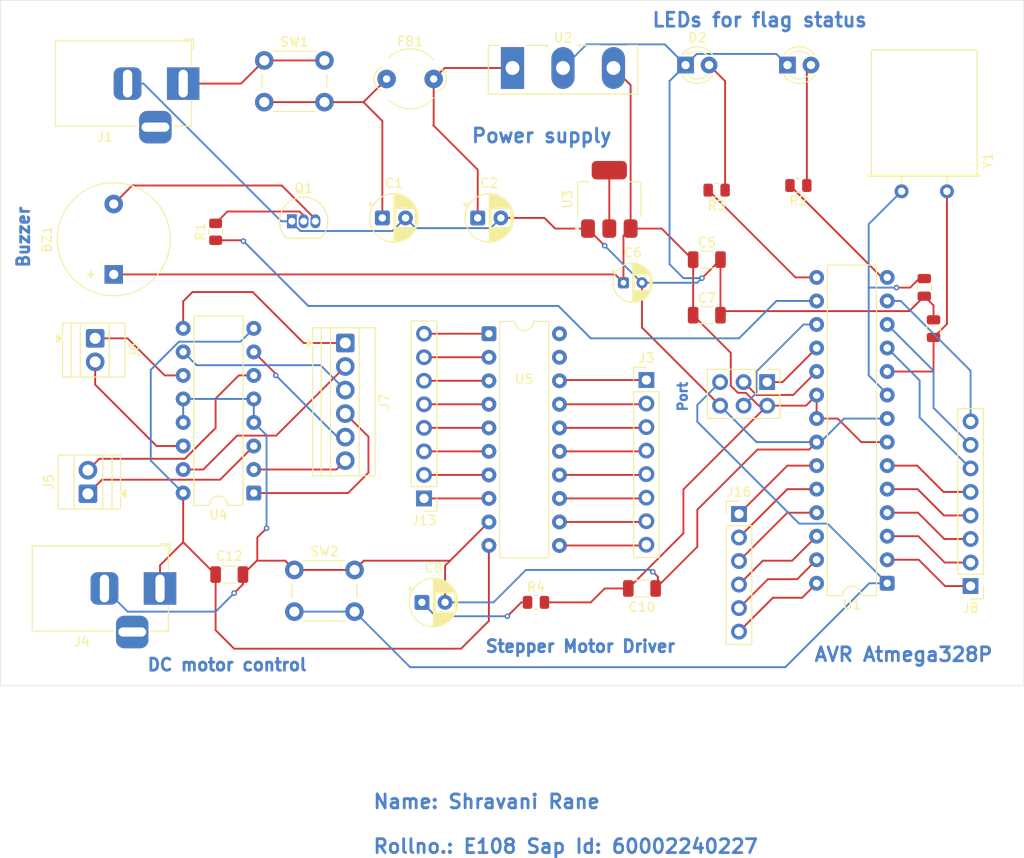
<source format=kicad_pcb>
(kicad_pcb (version 20241229) (generator "pcbnew") (generator_version "9.0")
  (title_block (title "Atmel AVR Atmega328 Minimum System Board") (date "2026-02-28"))
  (layers (0 "F.Cu" signal) (2 "B.Cu" signal) (13 "F.Paste" user) (15 "B.Paste" user) (5 "F.SilkS" user "F.Silkscreen") (7 "B.SilkS" user "B.Silkscreen") (1 "F.Mask" user) (3 "B.Mask" user) (25 "Edge.Cuts" user))
  (net 0 "")
  (net 1 "5V")
  (net 2 "Net-(BZ1--)")
  (net 3 "GND")
  (net 4 "Net-(C1-Pad1)")
  (net 5 "Net-(U2-IN)")
  (net 6 "Net-(U1-XTAL2{slash}PB7)")
  (net 7 "Net-(U1-XTAL1{slash}PB6)")
  (net 8 "Net-(C8-Pad1)")
  (net 9 "12V")
  (net 10 "Net-(D1-A)")
  (net 11 "Net-(D2-A)")
  (net 12 "Net-(J1-Pad1)")
  (net 13 "Net-(J3-Pin_4)")
  (net 14 "Net-(J3-Pin_1)")
  (net 15 "Net-(J3-Pin_7)")
  (net 16 "Net-(J3-Pin_6)")
  (net 17 "Net-(J3-Pin_8)")
  (net 18 "Net-(J3-Pin_3)")
  (net 19 "Net-(J3-Pin_2)")
  (net 20 "Net-(J3-Pin_5)")
  (net 21 "Net-(J5-Pin_1)")
  (net 22 "Net-(J5-Pin_2)")
  (net 23 "Net-(J6-Pin_2)")
  (net 24 "Net-(J6-Pin_1)")
  (net 25 "Net-(J7-Pin_4)")
  (net 26 "Net-(J7-Pin_5)")
  (net 27 "Net-(J7-Pin_1)")
  (net 28 "Net-(J7-Pin_6)")
  (net 29 "Net-(J7-Pin_3)")
  (net 30 "Net-(J7-Pin_2)")
  (net 31 "Net-(J8-Pin_8)")
  (net 32 "Net-(J8-Pin_3)")
  (net 33 "Net-(J8-Pin_2)")
  (net 34 "Net-(J8-Pin_5)")
  (net 35 "Net-(J8-Pin_6)")
  (net 36 "Net-(J8-Pin_1)")
  (net 37 "Net-(J8-Pin_7)")
  (net 38 "Net-(J8-Pin_4)")
  (net 39 "Net-(J13-Pin_1)")
  (net 40 "Net-(J13-Pin_7)")
  (net 41 "Net-(J13-Pin_4)")
  (net 42 "Net-(J13-Pin_3)")
  (net 43 "Net-(J13-Pin_6)")
  (net 44 "Net-(J13-Pin_8)")
  (net 45 "Net-(J13-Pin_2)")
  (net 46 "Net-(J13-Pin_5)")
  (net 47 "SCK")
  (net 48 "Reset")
  (net 49 "MISO")
  (net 50 "MOSI")
  (net 51 "Net-(J16-Pin_1)")
  (net 52 "Net-(J16-Pin_2)")
  (net 53 "Net-(Q1-G)")
  (net 54 "PWM1")
  (net 55 "GPIO_FLAG_1")
  (net 56 "GPIO_FLAG_2")
  (net 57 "Net-(J16-Pin_3)")
  (net 58 "Net-(J16-Pin_5)")
  (net 59 "Net-(J16-Pin_4)")
  (net 60 "Net-(J16-Pin_6)")
  (net 61 "3V")
  (footprint "Capacitor_SMD:C_0805_2012Metric" (layer "F.Cu") (at 143.615 54.79 -90)
    (property "Reference" "C4" (hide yes))
    (property "Value" "22pf")
  )
  (footprint "Connector_PinHeader_2.54mm:PinHeader_1x08_P2.54mm_Vertical" (layer "F.Cu") (at 148.615 87.03 180)
    (property "Reference" "J8")
    (property "Value" "Conn_01x08")
  )
  (footprint "Connector_PinHeader_2.54mm:PinHeader_2x03_P2.54mm_Vertical" (layer "F.Cu") (at 126.655 65.015 -90)
    (property "Reference" "J14" (hide yes))
    (property "Value" "Conn_02x03_Odd_Even")
  )
  (footprint "Package_TO_SOT_THT:TO-92_Inline" (layer "F.Cu") (at 75.345 47.65)
    (property "Reference" "Q1")
    (property "Value" "2N7000")
  )
  (footprint "Package_DIP:DIP-28_W7.62mm" (layer "F.Cu") (at 139.615 86.73 180)
    (property "Reference" "U1")
    (property "Value" "ATmega328-P")
  )
  (footprint "Package_TO_SOT_THT:TO-247-3_Vertical" (layer "F.Cu") (at 99.165 31.105)
    (property "Reference" "U2")
    (property "Value" "L7805")
  )
  (footprint "Resistor_SMD:R_0805_2012Metric" (layer "F.Cu") (at 121.2025 44.29 180)
    (property "Reference" "R3")
    (property "Value" "150")
  )
  (footprint "Buzzer_Beeper:Buzzer_12x9.5RM7.6" (layer "F.Cu") (at 56.115 53.39 90)
    (property "Reference" "BZ1")
    (property "Value" "Buzzer")
  )
  (footprint "Connector_PinHeader_2.54mm:PinHeader_1x06_P2.54mm_Vertical" (layer "F.Cu") (at 123.615 79.25)
    (property "Reference" "J16")
    (property "Value" "Conn_01x06")
  )
  (footprint "TerminalBlock:TerminalBlock_Xinya_XY308-2.54-2P_1x02_P2.54mm_Horizontal" (layer "F.Cu") (at 54.115 60.29 -90)
    (property "Reference" "J6")
    (property "Value" "Screw_Terminal_01x02")
  )
  (footprint "Capacitor_THT:CP_Radial_D4.0mm_P2.00mm" (layer "F.Cu") (at 111.1424 54.29)
    (property "Reference" "C6")
    (property "Value" "10uf")
  )
  (footprint "Crystal:Crystal_HC49-U_Horizontal" (layer "F.Cu") (at 146.065 44.415 180)
    (property "Reference" "Y1")
    (property "Value" "Crystal")
  )
  (footprint "Connector_PinHeader_2.54mm:PinHeader_1x08_P2.54mm_Vertical" (layer "F.Cu") (at 113.615 64.79)
    (property "Reference" "J3")
    (property "Value" "Conn_01x08")
  )
  (footprint "Connector_BarrelJack:BarrelJack_Horizontal" (layer "F.Cu") (at 63.615 32.79)
    (property "Reference" "J1")
    (property "Value" "Barrel_Jack")
  )
  (footprint "Capacitor_SMD:C_0805_2012Metric" (layer "F.Cu") (at 144.615 59.24 90)
    (property "Reference" "C3" (hide yes))
    (property "Value" "22pf")
  )
  (footprint "Capacitor_SMD:C_1206_3216Metric" (layer "F.Cu") (at 120.14 51.79)
    (property "Reference" "C5")
    (property "Value" "100nf")
  )
  (footprint "LED_THT:LED_D3.0mm_Clear" (layer "F.Cu") (at 117.845 30.79)
    (property "Reference" "D2")
    (property "Value" "LED")
  )
  (footprint "Capacitor_THT:CP_Radial_D5.0mm_P2.50mm" (layer "F.Cu") (at 95.4099 47.29)
    (property "Reference" "C2")
    (property "Value" "1uf")
  )
  (footprint "Button_Switch_THT:SW_PUSH_6mm_H5mm" (layer "F.Cu") (at 72.365 30.29)
    (property "Reference" "SW1")
    (property "Value" "SW_Push")
  )
  (footprint "Resistor_SMD:R_0805_2012Metric" (layer "F.Cu") (at 101.7025 88.79)
    (property "Reference" "R4")
    (property "Value" "R")
  )
  (footprint "Package_DIP:DIP-16_W7.62mm" (layer "F.Cu") (at 71.235 76.99 180)
    (property "Reference" "U4")
    (property "Value" "L293")
  )
  (footprint "Connector_PinHeader_2.54mm:PinHeader_1x08_P2.54mm_Vertical" (layer "F.Cu") (at 89.615 77.57 180)
    (property "Reference" "J13")
    (property "Value" "Conn_01x08")
  )
  (footprint "Resistor_SMD:R_0805_2012Metric" (layer "F.Cu") (at 67.115 48.79 90)
    (property "Reference" "R1")
    (property "Value" "1k")
  )
  (footprint "Ferrite_THT:LairdTech_28C0236-0JW-10" (layer "F.Cu") (at 85.575 32.29)
    (property "Reference" "FB1")
    (property "Value" "FerriteBead")
  )
  (footprint "Capacitor_THT:CP_Radial_D5.0mm_P2.50mm" (layer "F.Cu") (at 85.115 47.29)
    (property "Reference" "C1")
    (property "Value" "1uf")
  )
  (footprint "Capacitor_SMD:C_1206_3216Metric" (layer "F.Cu") (at 120.14 57.79)
    (property "Reference" "C7")
    (property "Value" "100nf")
  )
  (footprint "Connector_BarrelJack:BarrelJack_Horizontal" (layer "F.Cu") (at 61.115 87.29)
    (property "Reference" "J4")
    (property "Value" "Barrel_Jack")
  )
  (footprint "Capacitor_SMD:C_1206_3216Metric" (layer "F.Cu") (at 113.14 87.29)
    (property "Reference" "C10")
    (property "Value" "100nf")
  )
  (footprint "Capacitor_THT:CP_Radial_D5.0mm_P2.50mm" (layer "F.Cu") (at 89.3849 88.79)
    (property "Reference" "C8")
    (property "Value" "1uf")
  )
  (footprint "Capacitor_SMD:C_1206_3216Metric" (layer "F.Cu") (at 68.59 85.79)
    (property "Reference" "C12")
    (property "Value" "100uf")
  )
  (footprint "TerminalBlock:TerminalBlock_Xinya_XY308-2.54-6P_1x06_P2.54mm_Horizontal" (layer "F.Cu") (at 81.115 60.79 -90)
    (property "Reference" "J7")
    (property "Value" "Screw_Terminal_01x06")
  )
  (footprint "Package_TO_SOT_SMD:SOT-223-3_TabPin2" (layer "F.Cu") (at 109.615 45.29 90)
    (property "Reference" "U3")
    (property "Value" "AMS1117-3.3")
  )
  (footprint "Package_DIP:DIP-20_W7.62mm" (layer "F.Cu") (at 96.615 59.79)
    (property "Reference" "U5")
    (property "Value" "ULN2803A")
  )
  (footprint "TerminalBlock:TerminalBlock_Xinya_XY308-2.54-2P_1x02_P2.54mm_Horizontal" (layer "F.Cu") (at 53.3325 77.065 90)
    (property "Reference" "J5")
    (property "Value" "Screw_Terminal_01x02")
  )
  (footprint "Button_Switch_THT:SW_PUSH_6mm_H5mm" (layer "F.Cu") (at 75.615 85.29)
    (property "Reference" "SW2")
    (property "Value" "SW_Push")
  )
  (footprint "LED_THT:LED_D3.0mm_Clear" (layer "F.Cu") (at 128.845 30.79)
    (property "Reference" "D1" (hide yes))
    (property "Value" "LED")
  )
  (footprint "Resistor_SMD:R_0805_2012Metric" (layer "F.Cu") (at 130.0275 43.79 180)
    (property "Reference" "R2")
    (property "Value" "150")
  )
  (gr_rect (start 43.865 23.79) (end 154.365 97.79) (stroke (width 0.05)) (fill no) (layer "Edge.Cuts"))
  (gr_text "Buzzer\n" (at 47.115 52.79 90) (layer "B.Cu") (effects (font (size 1.3 1.3) (thickness 0.3) (bold yes)) (justify left bottom)))
  (gr_text "Port\n" (at 118.115 68.29 90) (layer "B.Cu") (effects (font (size 1 1) (thickness 0.25) (bold yes)) (justify left bottom)))
  (gr_text "DC motor control\n" (at 59.615 96.29 0) (layer "B.Cu") (effects (font (size 1.3 1.3) (thickness 0.3) (bold yes)) (justify left bottom)))
  (gr_text "Name: Shravani Rane\n\nRollno.: E108 Sap Id: 60002240227\n" (at 84 116 0) (layer "B.Cu") (effects (font (size 1.5 1.5) (thickness 0.3) (bold yes)) (justify left bottom)))
  (gr_text "LEDs for flag status" (at 114.115 26.79 0) (layer "B.Cu") (effects (font (size 1.5 1.5) (thickness 0.3) (bold yes)) (justify left bottom)))
  (gr_text "Stepper Motor Driver\n" (at 96.115 94.29 0) (layer "B.Cu") (effects (font (size 1.3 1.3) (thickness 0.3) (bold yes)) (justify left bottom)))
  (gr_text "AVR Atmega328P" (at 131.615 95.29 0) (layer "B.Cu") (effects (font (size 1.5 1.5) (thickness 0.3) (bold yes)) (justify left bottom)))
  (gr_text "Power supply\n" (at 94.615 39.29 0) (layer "B.Cu") (effects (font (size 1.5 1.5) (thickness 0.3) (bold yes)) (justify left bottom)))
  (segment (start 102.615 88.79) (end 107.615 88.79) (width 0.2) (layer "F.Cu") (net 1))
  (segment (start 124.35376 66.166) (end 123.491 66.166) (width 0.2) (layer "F.Cu") (net 1))
  (segment (start 117.615 76.595) (end 126.655 67.555) (width 0.2) (layer "F.Cu") (net 1))
  (segment (start 118.665 51.79) (end 118.665 57.79) (width 0.2) (layer "F.Cu") (net 1))
  (segment (start 131.995 66.41) (end 131.995 68.95) (width 0.2) (layer "F.Cu") (net 1))
  (segment (start 126.655 67.555) (end 130.85 67.555) (width 0.2) (layer "F.Cu") (net 1))
  (segment (start 118.615 51.79) (end 115.265 48.44) (width 0.2) (layer "F.Cu") (net 1))
  (segment (start 134.275 68.95) (end 136.815 71.49) (width 0.2) (layer "F.Cu") (net 1))
  (segment (start 122.726 61.851) (end 118.665 57.79) (width 0.2) (layer "F.Cu") (net 1))
  (segment (start 130.85 67.555) (end 131.995 66.41) (width 0.2) (layer "F.Cu") (net 1))
  (segment (start 111.1424 54.29) (end 111.1424 49.2126) (width 0.2) (layer "F.Cu") (net 1))
  (segment (start 123.491 66.166) (end 122.726 65.401) (width 0.2) (layer "F.Cu") (net 1))
  (segment (start 136.815 71.49) (end 139.615 71.49) (width 0.2) (layer "F.Cu") (net 1))
  (segment (start 126.655 67.555) (end 125.74276 67.555) (width 0.2) (layer "F.Cu") (net 1))
  (segment (start 110.065 31.105) (end 111.915 32.955) (width 0.2) (layer "F.Cu") (net 1))
  (segment (start 115.265 48.44) (end 111.915 48.44) (width 0.2) (layer "F.Cu") (net 1))
  (segment (start 125.74276 67.555) (end 124.35376 66.166) (width 0.2) (layer "F.Cu") (net 1))
  (segment (start 111.665 87.29) (end 117.615 81.34) (width 0.2) (layer "F.Cu") (net 1))
  (segment (start 56.115 53.39) (end 110.2424 53.39) (width 0.2) (layer "F.Cu") (net 1))
  (segment (start 122.726 65.401) (end 122.726 61.851) (width 0.2) (layer "F.Cu") (net 1))
  (segment (start 118.665 51.79) (end 118.615 51.79) (width 0.2) (layer "F.Cu") (net 1))
  (segment (start 111.1424 49.2126) (end 111.915 48.44) (width 0.2) (layer "F.Cu") (net 1))
  (segment (start 111.915 32.955) (end 111.915 48.44) (width 0.2) (layer "F.Cu") (net 1))
  (segment (start 117.615 81.34) (end 117.615 76.595) (width 0.2) (layer "F.Cu") (net 1))
  (segment (start 107.615 88.79) (end 109.115 87.29) (width 0.2) (layer "F.Cu") (net 1))
  (segment (start 110.2424 53.39) (end 111.1424 54.29) (width 0.2) (layer "F.Cu") (net 1))
  (segment (start 131.995 68.95) (end 134.275 68.95) (width 0.2) (layer "F.Cu") (net 1))
  (segment (start 109.115 87.29) (end 111.665 87.29) (width 0.2) (layer "F.Cu") (net 1))
  (segment (start 77.885 47.65) (end 77.885 47.425) (width 0.2) (layer "F.Cu") (net 2))
  (segment (start 77.885 47.425) (end 74.25 43.79) (width 0.2) (layer "F.Cu") (net 2))
  (segment (start 58.115 43.79) (end 56.115 45.79) (width 0.2) (layer "F.Cu") (net 2))
  (segment (start 74.25 43.79) (end 58.115 43.79) (width 0.2) (layer "F.Cu") (net 2))
  (segment (start 71.615 81.79) (end 72.615 80.79) (width 0.2) (layer "F.Cu") (net 3))
  (segment (start 91.8849 88.79) (end 91.8849 84.8401) (width 0.2) (layer "F.Cu") (net 3))
  (segment (start 121.615 51.79) (end 119.615 53.79) (width 0.2) (layer "F.Cu") (net 3))
  (segment (start 71.615 84.29) (end 71.615 81.79) (width 0.2) (layer "F.Cu") (net 3))
  (segment (start 143.615 55.74) (end 144.615 56.74) (width 0.2) (layer "F.Cu") (net 3))
  (segment (start 107.315 48.49) (end 107.315 48.44) (width 0.2) (layer "F.Cu") (net 3))
  (segment (start 121.615 57.79) (end 121.615 51.79) (width 0.2) (layer "F.Cu") (net 3))
  (segment (start 109.115 50.29) (end 107.315 48.49) (width 0.2) (layer "F.Cu") (net 3))
  (segment (start 131.195 72.29) (end 131.995 71.49) (width 0.2) (layer "F.Cu") (net 3))
  (segment (start 125.615 72.29) (end 131.195 72.29) (width 0.2) (layer "F.Cu") (net 3))
  (segment (start 91.8849 84.8401) (end 92.435 84.29) (width 0.2) (layer "F.Cu") (net 3))
  (segment (start 71.565 84.29) (end 71.615 84.29) (width 0.2) (layer "F.Cu") (net 3))
  (segment (start 119.115 78.79) (end 125.615 72.29) (width 0.2) (layer "F.Cu") (net 3))
  (segment (start 144.615 56.74) (end 144.615 58.29) (width 0.2) (layer "F.Cu") (net 3))
  (segment (start 92.435 84.29) (end 96.615 80.11) (width 0.2) (layer "F.Cu") (net 3))
  (segment (start 83.115 84.29) (end 92.435 84.29) (width 0.2) (layer "F.Cu") (net 3))
  (segment (start 71.615 84.29) (end 74.615 84.29) (width 0.2) (layer "F.Cu") (net 3))
  (segment (start 75.615 85.29) (end 82.115 85.29) (width 0.2) (layer "F.Cu") (net 3))
  (segment (start 82.115 85.29) (end 83.115 84.29) (width 0.2) (layer "F.Cu") (net 3))
  (segment (start 114.615 87.29) (end 119.115 82.79) (width 0.2) (layer "F.Cu") (net 3))
  (segment (start 114.865 86.04) (end 114.314265 85.489265) (width 0.2) (layer "F.Cu") (net 3))
  (segment (start 114.865 87.04) (end 114.865 86.04) (width 0.2) (layer "F.Cu") (net 3))
  (segment (start 70.065 85.79) (end 70.065 86.84) (width 0.2) (layer "F.Cu") (net 3))
  (segment (start 113.1424 59.1224) (end 113.1424 54.29) (width 0.2) (layer "F.Cu") (net 3))
  (segment (start 107.315 48.44) (end 103.765 48.44) (width 0.2) (layer "F.Cu") (net 3))
  (segment (start 122.054 57.351) (end 121.615 57.79) (width 0.2) (layer "F.Cu") (net 3))
  (segment (start 74.615 84.29) (end 75.615 85.29) (width 0.2) (layer "F.Cu") (net 3))
  (segment (start 142.59 56.765) (end 142.004 57.351) (width 0.2) (layer "F.Cu") (net 3))
  (segment (start 119.115 82.79) (end 119.115 78.79) (width 0.2) (layer "F.Cu") (net 3))
  (segment (start 114.615 87.29) (end 114.865 87.04) (width 0.2) (layer "F.Cu") (net 3))
  (segment (start 103.765 48.44) (end 102.615 47.29) (width 0.2) (layer "F.Cu") (net 3))
  (segment (start 70.065 85.79) (end 71.565 84.29) (width 0.2) (layer "F.Cu") (net 3))
  (segment (start 102.615 47.29) (end 97.9099 47.29) (width 0.2) (layer "F.Cu") (net 3))
  (segment (start 70.065 86.84) (end 69.115 87.79) (width 0.2) (layer "F.Cu") (net 3))
  (segment (start 121.575 67.555) (end 113.1424 59.1224) (width 0.2) (layer "F.Cu") (net 3))
  (segment (start 143.615 55.74) (end 142.504 56.851) (width 0.2) (layer "F.Cu") (net 3))
  (segment (start 142.004 57.351) (end 122.054 57.351) (width 0.2) (layer "F.Cu") (net 3))
  (via (at 109.115 50.29) (size 0.6) (drill 0.3) (layers "F.Cu" "B.Cu") (net 3))
  (via (at 114.314265 85.489265) (size 0.6) (drill 0.3) (layers "F.Cu" "B.Cu") (net 3))
  (via (at 119.615 53.79) (size 0.6) (drill 0.3) (layers "F.Cu" "B.Cu") (net 3))
  (via (at 72.615 80.79) (size 0.6) (drill 0.3) (layers "F.Cu" "B.Cu") (net 3))
  (via (at 69.115 87.79) (size 0.6) (drill 0.3) (layers "F.Cu" "B.Cu") (net 3))
  (segment (start 134.955 68.95) (end 139.615 68.95) (width 0.2) (layer "B.Cu") (net 3))
  (segment (start 63.615 69.37) (end 63.615 66.83) (width 0.2) (layer "B.Cu") (net 3))
  (segment (start 113.115 54.29) (end 109.615 50.79) (width 0.2) (layer "B.Cu") (net 3))
  (segment (start 96.8089 48.391) (end 88.716 48.391) (width 0.2) (layer "B.Cu") (net 3))
  (segment (start 100.615 85.29) (end 114.115 85.29) (width 0.2) (layer "B.Cu") (net 3))
  (segment (start 115.609 28.554) (end 117.845 30.79) (width 0.2) (layer "B.Cu") (net 3))
  (segment (start 72.615 70.75) (end 72.615 80.79) (width 0.2) (layer "B.Cu") (net 3))
  (segment (start 104.615 31.105) (end 107.166 28.554) (width 0.2) (layer "B.Cu") (net 3))
  (segment (start 91.8849 88.79) (end 97.115 88.79) (width 0.2) (layer "B.Cu") (net 3))
  (segment (start 67.115 89.79) (end 69.115 87.79) (width 0.2) (layer "B.Cu") (net 3))
  (segment (start 71.235 66.83) (end 71.235 69.37) (width 0.2) (layer "B.Cu") (net 3))
  (segment (start 57.615 89.79) (end 67.115 89.79) (width 0.2) (layer "B.Cu") (net 3))
  (segment (start 97.115 88.79) (end 100.615 85.29) (width 0.2) (layer "B.Cu") (net 3))
  (segment (start 125.51 71.49) (end 131.995 71.49) (width 0.2) (layer "B.Cu") (net 3))
  (segment (start 75.345 47.77314) (end 76.27286 48.701) (width 0.2) (layer "B.Cu") (net 3))
  (segment (start 113.1424 54.29) (end 113.115 54.29) (width 0.2) (layer "B.Cu") (net 3))
  (segment (start 119.115 54.29) (end 119.615 53.79) (width 0.2) (layer "B.Cu") (net 3))
  (segment (start 107.166 28.554) (end 115.609 28.554) (width 0.2) (layer "B.Cu") (net 3))
  (segment (start 119.046 29.589) (end 127.644 29.589) (width 0.2) (layer "B.Cu") (net 3))
  (segment (start 117.845 30.79) (end 119.046 29.589) (width 0.2) (layer "B.Cu") (net 3))
  (segment (start 71.235 69.37) (end 72.615 70.75) (width 0.2) (layer "B.Cu") (net 3))
  (segment (start 127.644 29.589) (end 128.845 30.79) (width 0.2) (layer "B.Cu") (net 3))
  (segment (start 121.575 67.555) (end 125.51 71.49) (width 0.2) (layer "B.Cu") (net 3))
  (segment (start 131.995 71.49) (end 132.415 71.49) (width 0.2) (layer "B.Cu") (net 3))
  (segment (start 76.27286 48.701) (end 86.204 48.701) (width 0.2) (layer "B.Cu") (net 3))
  (segment (start 114.115 85.29) (end 114.314265 85.489265) (width 0.2) (layer "B.Cu") (net 3))
  (segment (start 74.195412 47.65) (end 75.345 47.65) (width 0.2) (layer "B.Cu") (net 3))
  (segment (start 57.615 32.79) (end 59.335412 32.79) (width 0.2) (layer "B.Cu") (net 3))
  (segment (start 88.716 48.391) (end 87.615 47.29) (width 0.2) (layer "B.Cu") (net 3))
  (segment (start 117.615 53.79) (end 116.115 52.29) (width 0.2) (layer "B.Cu") (net 3))
  (segment (start 86.204 48.701) (end 87.615 47.29) (width 0.2) (layer "B.Cu") (net 3))
  (segment (start 116.115 32.52) (end 117.845 30.79) (width 0.2) (layer "B.Cu") (net 3))
  (segment (start 113.1424 54.29) (end 119.115 54.29) (width 0.2) (layer "B.Cu") (net 3))
  (segment (start 59.335412 32.79) (end 74.195412 47.65) (width 0.2) (layer "B.Cu") (net 3))
  (segment (start 55.115 87.29) (end 57.615 89.79) (width 0.2) (layer "B.Cu") (net 3))
  (segment (start 97.9099 47.29) (end 96.8089 48.391) (width 0.2) (layer "B.Cu") (net 3))
  (segment (start 116.115 52.29) (end 116.115 32.52) (width 0.2) (layer "B.Cu") (net 3))
  (segment (start 75.345 47.65) (end 75.345 47.77314) (width 0.2) (layer "B.Cu") (net 3))
  (segment (start 132.415 71.49) (end 134.955 68.95) (width 0.2) (layer "B.Cu") (net 3))
  (segment (start 119.615 53.79) (end 117.615 53.79) (width 0.2) (layer "B.Cu") (net 3))
  (segment (start 63.615 66.83) (end 71.235 66.83) (width 0.2) (layer "B.Cu") (net 3))
  (segment (start 109.615 50.79) (end 109.115 50.29) (width 0.2) (layer "B.Cu") (net 3))
  (segment (start 85.115 36.83) (end 83.075 34.79) (width 0.2) (layer "F.Cu") (net 4))
  (segment (start 78.865 34.79) (end 72.365 34.79) (width 0.2) (layer "F.Cu") (net 4))
  (segment (start 85.575 32.29) (end 83.075 34.79) (width 0.2) (layer "F.Cu") (net 4))
  (segment (start 83.075 34.79) (end 78.865 34.79) (width 0.2) (layer "F.Cu") (net 4))
  (segment (start 85.115 47.29) (end 85.115 36.83) (width 0.2) (layer "F.Cu") (net 4))
  (segment (start 90.655 37.25) (end 90.655 32.29) (width 0.2) (layer "F.Cu") (net 5))
  (segment (start 91.84 31.105) (end 99.165 31.105) (width 0.2) (layer "F.Cu") (net 5))
  (segment (start 90.655 32.29) (end 91.84 31.105) (width 0.2) (layer "F.Cu") (net 5))
  (segment (start 95.4099 42.0849) (end 90.615 37.29) (width 0.2) (layer "F.Cu") (net 5))
  (segment (start 90.615 37.29) (end 90.655 37.25) (width 0.2) (layer "F.Cu") (net 5))
  (segment (start 95.4099 47.29) (end 95.4099 42.0849) (width 0.2) (layer "F.Cu") (net 5))
  (segment (start 144.535 63.87) (end 139.615 63.87) (width 0.2) (layer "F.Cu") (net 6))
  (segment (start 146.065 58.74) (end 144.615 60.19) (width 0.2) (layer "F.Cu") (net 6))
  (segment (start 144.615 63.79) (end 144.535 63.87) (width 0.2) (layer "F.Cu") (net 6))
  (segment (start 144.615 60.19) (end 144.615 63.79) (width 0.2) (layer "F.Cu") (net 6))
  (segment (start 146.065 44.415) (end 146.065 58.74) (width 0.2) (layer "F.Cu") (net 6))
  (segment (start 143.565 53.79) (end 143.615 53.84) (width 0.2) (layer "F.Cu") (net 7))
  (segment (start 140.615 54.811) (end 142.094 54.811) (width 0.2) (layer "F.Cu") (net 7))
  (segment (start 142.094 54.811) (end 143.115 53.79) (width 0.2) (layer "F.Cu") (net 7))
  (segment (start 143.115 53.79) (end 143.565 53.79) (width 0.2) (layer "F.Cu") (net 7))
  (via (at 140.615 54.811) (size 0.6) (drill 0.3) (layers "F.Cu" "B.Cu") (net 7))
  (segment (start 137.615 47.965) (end 137.615 54.79) (width 0.2) (layer "B.Cu") (net 7))
  (segment (start 139.615 66.29) (end 139.615 66.41) (width 0.2) (layer "B.Cu") (net 7))
  (segment (start 137.615 54.79) (end 137.615 64.29) (width 0.2) (layer "B.Cu") (net 7))
  (segment (start 137.636 54.811) (end 137.615 54.79) (width 0.2) (layer "B.Cu") (net 7))
  (segment (start 137.615 64.29) (end 139.615 66.29) (width 0.2) (layer "B.Cu") (net 7))
  (segment (start 140.615 54.811) (end 137.636 54.811) (width 0.2) (layer "B.Cu") (net 7))
  (segment (start 141.165 44.415) (end 137.615 47.965) (width 0.2) (layer "B.Cu") (net 7))
  (segment (start 98.615 90.29) (end 100.115 88.79) (width 0.2) (layer "F.Cu") (net 8))
  (segment (start 100.115 88.79) (end 100.79 88.79) (width 0.2) (layer "F.Cu") (net 8))
  (via (at 98.615 90.29) (size 0.6) (drill 0.3) (layers "F.Cu" "B.Cu") (net 8))
  (segment (start 89.3849 88.79) (end 90.4859 89.891) (width 0.2) (layer "B.Cu") (net 8))
  (segment (start 90.8849 90.29) (end 98.615 90.29) (width 0.2) (layer "B.Cu") (net 8))
  (segment (start 90.4859 89.891) (end 90.8849 90.29) (width 0.2) (layer "B.Cu") (net 8))
  (segment (start 63.615 82.29) (end 67.115 85.79) (width 0.2) (layer "F.Cu") (net 9))
  (segment (start 93.615 93.79) (end 69.115 93.79) (width 0.2) (layer "F.Cu") (net 9))
  (segment (start 96.615 90.79) (end 93.615 93.79) (width 0.2) (layer "F.Cu") (net 9))
  (segment (start 61.115 87.29) (end 61.115 84.79) (width 0.2) (layer "F.Cu") (net 9))
  (segment (start 96.615 82.65) (end 96.615 90.79) (width 0.2) (layer "F.Cu") (net 9))
  (segment (start 61.115 84.79) (end 63.615 82.29) (width 0.2) (layer "F.Cu") (net 9))
  (segment (start 63.615 76.99) (end 63.615 82.29) (width 0.2) (layer "F.Cu") (net 9))
  (segment (start 67.115 91.79) (end 67.115 85.79) (width 0.2) (layer "F.Cu") (net 9))
  (segment (start 69.115 93.79) (end 67.115 91.79) (width 0.2) (layer "F.Cu") (net 9))
  (segment (start 60.115 63.69295) (end 60.115 73.49) (width 0.2) (layer "B.Cu") (net 9))
  (segment (start 60.115 73.49) (end 63.615 76.99) (width 0.2) (layer "B.Cu") (net 9))
  (segment (start 69.796 60.649) (end 63.15895 60.649) (width 0.2) (layer "B.Cu") (net 9))
  (segment (start 71.235 59.21) (end 69.796 60.649) (width 0.2) (layer "B.Cu") (net 9))
  (segment (start 63.15895 60.649) (end 60.115 63.69295) (width 0.2) (layer "B.Cu") (net 9))
  (segment (start 130.94 43.79) (end 130.94 31.235) (width 0.2) (layer "F.Cu") (net 10))
  (segment (start 130.94 31.235) (end 131.385 30.79) (width 0.2) (layer "F.Cu") (net 10))
  (segment (start 122.115 32.52) (end 120.385 30.79) (width 0.2) (layer "F.Cu") (net 11))
  (segment (start 122.115 44.29) (end 122.115 32.52) (width 0.2) (layer "F.Cu") (net 11))
  (segment (start 72.365 30.29) (end 69.865 32.79) (width 0.2) (layer "F.Cu") (net 12))
  (segment (start 78.865 30.29) (end 72.365 30.29) (width 0.2) (layer "F.Cu") (net 12))
  (segment (start 69.865 32.79) (end 63.615 32.79) (width 0.2) (layer "F.Cu") (net 12))
  (segment (start 113.535 72.49) (end 113.615 72.41) (width 0.2) (layer "F.Cu") (net 13))
  (segment (start 104.235 72.49) (end 113.535 72.49) (width 0.2) (layer "F.Cu") (net 13))
  (segment (start 113.615 64.79) (end 104.315 64.79) (width 0.2) (layer "F.Cu") (net 14))
  (segment (start 104.315 64.79) (end 104.235 64.87) (width 0.2) (layer "F.Cu") (net 14))
  (segment (start 113.535 80.11) (end 113.615 80.03) (width 0.2) (layer "F.Cu") (net 15))
  (segment (start 104.235 80.11) (end 113.535 80.11) (width 0.2) (layer "F.Cu") (net 15))
  (segment (start 113.535 77.57) (end 113.615 77.49) (width 0.2) (layer "F.Cu") (net 16))
  (segment (start 104.235 77.57) (end 113.535 77.57) (width 0.2) (layer "F.Cu") (net 16))
  (segment (start 104.235 82.65) (end 113.535 82.65) (width 0.2) (layer "F.Cu") (net 17))
  (segment (start 113.535 82.65) (end 113.615 82.57) (width 0.2) (layer "F.Cu") (net 17))
  (segment (start 113.535 69.95) (end 113.615 69.87) (width 0.2) (layer "F.Cu") (net 18))
  (segment (start 104.235 69.95) (end 113.535 69.95) (width 0.2) (layer "F.Cu") (net 18))
  (segment (start 104.235 67.41) (end 113.535 67.41) (width 0.2) (layer "F.Cu") (net 19))
  (segment (start 113.535 67.41) (end 113.615 67.33) (width 0.2) (layer "F.Cu") (net 19))
  (segment (start 113.535 75.03) (end 113.615 74.95) (width 0.2) (layer "F.Cu") (net 20))
  (segment (start 104.235 75.03) (end 113.535 75.03) (width 0.2) (layer "F.Cu") (net 20))
  (segment (start 54.8465 75.551) (end 67.594 75.551) (width 0.2) (layer "F.Cu") (net 21))
  (segment (start 67.594 75.551) (end 71.235 71.91) (width 0.2) (layer "F.Cu") (net 21))
  (segment (start 53.3325 77.065) (end 54.8465 75.551) (width 0.2) (layer "F.Cu") (net 21))
  (segment (start 53.3325 74.525) (end 54.5675 73.29) (width 0.2) (layer "F.Cu") (net 22))
  (segment (start 69.615 64.29) (end 71.235 64.29) (width 0.2) (layer "F.Cu") (net 22))
  (segment (start 67.115 69.96705) (end 67.115 66.79) (width 0.2) (layer "F.Cu") (net 22))
  (segment (start 63.79205 73.29) (end 67.115 69.96705) (width 0.2) (layer "F.Cu") (net 22))
  (segment (start 54.5675 73.29) (end 63.79205 73.29) (width 0.2) (layer "F.Cu") (net 22))
  (segment (start 67.115 66.79) (end 69.615 64.29) (width 0.2) (layer "F.Cu") (net 22))
  (segment (start 54.115 62.83) (end 54.115 65.29) (width 0.2) (layer "F.Cu") (net 23))
  (segment (start 54.115 65.29) (end 60.735 71.91) (width 0.2) (layer "F.Cu") (net 23))
  (segment (start 60.735 71.91) (end 63.615 71.91) (width 0.2) (layer "F.Cu") (net 23))
  (segment (start 57.615 60.29) (end 61.615 64.29) (width 0.2) (layer "F.Cu") (net 24))
  (segment (start 54.115 60.29) (end 57.615 60.29) (width 0.2) (layer "F.Cu") (net 24))
  (segment (start 61.615 64.29) (end 63.615 64.29) (width 0.2) (layer "F.Cu") (net 24))
  (segment (start 83.615 74.79) (end 83.615 70.91) (width 0.2) (layer "F.Cu") (net 25))
  (segment (start 83.615 70.91) (end 81.115 68.41) (width 0.2) (layer "F.Cu") (net 25))
  (segment (start 81.415 76.99) (end 83.615 74.79) (width 0.2) (layer "F.Cu") (net 25))
  (segment (start 71.235 76.99) (end 81.415 76.99) (width 0.2) (layer "F.Cu") (net 25))
  (segment (start 71.235 61.75) (end 73.615 64.13) (width 0.2) (layer "F.Cu") (net 26))
  (segment (start 73.615 64.13) (end 73.615 64.29) (width 0.2) (layer "F.Cu") (net 26))
  (via (at 73.615 64.29) (size 0.6) (drill 0.3) (layers "F.Cu" "B.Cu") (net 26))
  (segment (start 81.115 70.95) (end 80.275 70.95) (width 0.2) (layer "B.Cu") (net 26))
  (segment (start 80.275 70.95) (end 73.615 64.29) (width 0.2) (layer "B.Cu") (net 26))
  (segment (start 63.615 56.29) (end 63.615 59.21) (width 0.2) (layer "F.Cu") (net 27))
  (segment (start 81.115 60.79) (end 76.615 60.79) (width 0.2) (layer "F.Cu") (net 27))
  (segment (start 71.115 55.29) (end 64.615 55.29) (width 0.2) (layer "F.Cu") (net 27))
  (segment (start 64.615 55.29) (end 63.615 56.29) (width 0.2) (layer "F.Cu") (net 27))
  (segment (start 76.615 60.79) (end 71.115 55.29) (width 0.2) (layer "F.Cu") (net 27))
  (segment (start 80.155 74.45) (end 81.115 73.49) (width 0.2) (layer "F.Cu") (net 28))
  (segment (start 71.235 74.45) (end 80.155 74.45) (width 0.2) (layer "F.Cu") (net 28))
  (segment (start 81.115 65.87) (end 78.434 63.189) (width 0.2) (layer "B.Cu") (net 29))
  (segment (start 65.054 63.189) (end 63.615 61.75) (width 0.2) (layer "B.Cu") (net 29))
  (segment (start 78.434 63.189) (end 65.054 63.189) (width 0.2) (layer "B.Cu") (net 29))
  (segment (start 73.655 70.79) (end 69.445 70.79) (width 0.2) (layer "F.Cu") (net 30))
  (segment (start 65.785 74.45) (end 63.615 74.45) (width 0.2) (layer "F.Cu") (net 30))
  (segment (start 81.115 63.33) (end 73.655 70.79) (width 0.2) (layer "F.Cu") (net 30))
  (segment (start 69.445 70.79) (end 65.785 74.45) (width 0.2) (layer "F.Cu") (net 30))
  (segment (start 141.075 56.25) (end 148.615 63.79) (width 0.2) (layer "B.Cu") (net 31))
  (segment (start 139.615 56.25) (end 141.075 56.25) (width 0.2) (layer "B.Cu") (net 31))
  (segment (start 148.615 63.79) (end 148.615 69.25) (width 0.2) (layer "B.Cu") (net 31))
  (segment (start 142.935 79.11) (end 145.775 81.95) (width 0.2) (layer "F.Cu") (net 32))
  (segment (start 145.775 81.95) (end 148.615 81.95) (width 0.2) (layer "F.Cu") (net 32))
  (segment (start 139.615 79.11) (end 142.935 79.11) (width 0.2) (layer "F.Cu") (net 32))
  (segment (start 145.815 84.49) (end 148.615 84.49) (width 0.2) (layer "F.Cu") (net 33))
  (segment (start 142.975 81.65) (end 145.815 84.49) (width 0.2) (layer "F.Cu") (net 33))
  (segment (start 139.615 81.65) (end 142.975 81.65) (width 0.2) (layer "F.Cu") (net 33))
  (segment (start 139.615 74.03) (end 142.855 74.03) (width 0.2) (layer "F.Cu") (net 34))
  (segment (start 142.855 74.03) (end 145.695 76.87) (width 0.2) (layer "F.Cu") (net 34))
  (segment (start 145.695 76.87) (end 148.615 76.87) (width 0.2) (layer "F.Cu") (net 34))
  (segment (start 143.115 68.83) (end 148.615 74.33) (width 0.2) (layer "B.Cu") (net 35))
  (segment (start 139.615 61.33) (end 143.115 64.83) (width 0.2) (layer "B.Cu") (net 35))
  (segment (start 143.115 64.83) (end 143.115 68.83) (width 0.2) (layer "B.Cu") (net 35))
  (segment (start 143.015 84.19) (end 145.855 87.03) (width 0.2) (layer "F.Cu") (net 36))
  (segment (start 145.855 87.03) (end 148.615 87.03) (width 0.2) (layer "F.Cu") (net 36))
  (segment (start 139.615 84.19) (end 143.015 84.19) (width 0.2) (layer "F.Cu") (net 36))
  (segment (start 144.615 67.79) (end 148.615 71.79) (width 0.2) (layer "B.Cu") (net 37))
  (segment (start 144.615 63.79) (end 144.615 67.79) (width 0.2) (layer "B.Cu") (net 37))
  (segment (start 139.615 58.79) (end 144.615 63.79) (width 0.2) (layer "B.Cu") (net 37))
  (segment (start 142.895 76.57) (end 145.735 79.41) (width 0.2) (layer "F.Cu") (net 38))
  (segment (start 139.615 76.57) (end 142.895 76.57) (width 0.2) (layer "F.Cu") (net 38))
  (segment (start 145.735 79.41) (end 148.615 79.41) (width 0.2) (layer "F.Cu") (net 38))
  (segment (start 96.615 77.57) (end 89.615 77.57) (width 0.2) (layer "F.Cu") (net 39))
  (segment (start 89.615 62.33) (end 96.615 62.33) (width 0.2) (layer "F.Cu") (net 40))
  (segment (start 89.615 69.95) (end 96.615 69.95) (width 0.2) (layer "F.Cu") (net 41))
  (segment (start 96.615 72.49) (end 89.615 72.49) (width 0.2) (layer "F.Cu") (net 42))
  (segment (start 89.615 64.87) (end 96.615 64.87) (width 0.2) (layer "F.Cu") (net 43))
  (segment (start 96.615 59.79) (end 89.615 59.79) (width 0.2) (layer "F.Cu") (net 44))
  (segment (start 89.615 75.03) (end 96.615 75.03) (width 0.2) (layer "F.Cu") (net 45))
  (segment (start 89.615 67.41) (end 96.615 67.41) (width 0.2) (layer "F.Cu") (net 46))
  (segment (start 125.504 66.404) (end 129.461 66.404) (width 0.2) (layer "F.Cu") (net 47))
  (segment (start 129.461 66.404) (end 131.995 63.87) (width 0.2) (layer "F.Cu") (net 47))
  (segment (start 124.115 65.015) (end 125.504 66.404) (width 0.2) (layer "F.Cu") (net 47))
  (segment (start 75.615 89.79) (end 82.115 89.79) (width 0.2) (layer "B.Cu") (net 48))
  (segment (start 139.615 86.73) (end 133.175 80.29) (width 0.2) (layer "B.Cu") (net 48))
  (segment (start 128.615 95.79) (end 137.675 86.73) (width 0.2) (layer "B.Cu") (net 48))
  (segment (start 137.675 86.73) (end 139.615 86.73) (width 0.2) (layer "B.Cu") (net 48))
  (segment (start 119.115 69.29) (end 119.115 67.475) (width 0.2) (layer "B.Cu") (net 48))
  (segment (start 130.115 80.29) (end 119.115 69.29) (width 0.2) (layer "B.Cu") (net 48))
  (segment (start 133.175 80.29) (end 130.115 80.29) (width 0.2) (layer "B.Cu") (net 48))
  (segment (start 82.115 89.79) (end 88.115 95.79) (width 0.2) (layer "B.Cu") (net 48))
  (segment (start 119.115 67.475) (end 121.575 65.015) (width 0.2) (layer "B.Cu") (net 48))
  (segment (start 88.115 95.79) (end 128.615 95.79) (width 0.2) (layer "B.Cu") (net 48))
  (segment (start 126.655 65.015) (end 128.31 65.015) (width 0.2) (layer "F.Cu") (net 49))
  (segment (start 128.31 65.015) (end 131.995 61.33) (width 0.2) (layer "F.Cu") (net 49))
  (segment (start 130.578 58.79) (end 131.995 58.79) (width 0.2) (layer "B.Cu") (net 50))
  (segment (start 124.115 67.555) (end 125.504 66.166) (width 0.2) (layer "B.Cu") (net 50))
  (segment (start 125.504 66.166) (end 125.504 63.864) (width 0.2) (layer "B.Cu") (net 50))
  (segment (start 125.504 63.864) (end 130.578 58.79) (width 0.2) (layer "B.Cu") (net 50))
  (segment (start 123.615 79.25) (end 128.835 74.03) (width 0.2) (layer "F.Cu") (net 51))
  (segment (start 128.835 74.03) (end 131.995 74.03) (width 0.2) (layer "F.Cu") (net 51))
  (segment (start 128.835 76.57) (end 131.995 76.57) (width 0.2) (layer "F.Cu") (net 52))
  (segment (start 123.615 81.79) (end 128.835 76.57) (width 0.2) (layer "F.Cu") (net 52))
  (segment (start 76.615 47.65) (end 76.615 47.043) (width 0.2) (layer "F.Cu") (net 53))
  (segment (start 76.615 47.043) (end 76.171 46.599) (width 0.2) (layer "F.Cu") (net 53))
  (segment (start 68.3935 46.599) (end 67.115 47.8775) (width 0.2) (layer "F.Cu") (net 53))
  (segment (start 76.171 46.599) (end 68.3935 46.599) (width 0.2) (layer "F.Cu") (net 53))
  (segment (start 70.115 49.79) (end 70.0275 49.7025) (width 0.2) (layer "F.Cu") (net 54))
  (segment (start 70.0275 49.7025) (end 67.115 49.7025) (width 0.2) (layer "F.Cu") (net 54))
  (via (at 70.115 49.79) (size 0.6) (drill 0.3) (layers "F.Cu" "B.Cu") (net 54))
  (segment (start 104.115 56.79) (end 77.115 56.79) (width 0.2) (layer "B.Cu") (net 54))
  (segment (start 107.615 60.29) (end 104.115 56.79) (width 0.2) (layer "B.Cu") (net 54))
  (segment (start 127.655 56.25) (end 123.615 60.29) (width 0.2) (layer "B.Cu") (net 54))
  (segment (start 123.615 60.29) (end 107.615 60.29) (width 0.2) (layer "B.Cu") (net 54))
  (segment (start 131.995 56.25) (end 131.455 56.79) (width 0.2) (layer "B.Cu") (net 54))
  (segment (start 77.115 56.79) (end 70.115 49.79) (width 0.2) (layer "B.Cu") (net 54))
  (segment (start 131.995 56.25) (end 127.655 56.25) (width 0.2) (layer "B.Cu") (net 54))
  (segment (start 139.035 53.71) (end 139.615 53.71) (width 0.2) (layer "F.Cu") (net 55))
  (segment (start 129.115 43.79) (end 139.035 53.71) (width 0.2) (layer "F.Cu") (net 55))
  (segment (start 129.71 53.71) (end 131.995 53.71) (width 0.2) (layer "F.Cu") (net 56))
  (segment (start 120.29 44.29) (end 129.71 53.71) (width 0.2) (layer "F.Cu") (net 56))
  (segment (start 128.835 79.11) (end 131.995 79.11) (width 0.2) (layer "F.Cu") (net 57))
  (segment (start 123.615 84.33) (end 128.835 79.11) (width 0.2) (layer "F.Cu") (net 57))
  (segment (start 126.735 86.29) (end 129.895 86.29) (width 0.2) (layer "F.Cu") (net 58))
  (segment (start 129.895 86.29) (end 131.995 84.19) (width 0.2) (layer "F.Cu") (net 58))
  (segment (start 123.615 89.41) (end 126.735 86.29) (width 0.2) (layer "F.Cu") (net 58))
  (segment (start 129.355 84.29) (end 131.995 81.65) (width 0.2) (layer "F.Cu") (net 59))
  (segment (start 126.195 84.29) (end 129.355 84.29) (width 0.2) (layer "F.Cu") (net 59))
  (segment (start 123.615 86.87) (end 126.195 84.29) (width 0.2) (layer "F.Cu") (net 59))
  (segment (start 130.435 88.29) (end 131.995 86.73) (width 0.2) (layer "F.Cu") (net 60))
  (segment (start 127.275 88.29) (end 130.435 88.29) (width 0.2) (layer "F.Cu") (net 60))
  (segment (start 123.615 91.95) (end 127.275 88.29) (width 0.2) (layer "F.Cu") (net 60))
  (segment (start 109.615 48.44) (end 109.615 42.14) (width 0.2) (layer "F.Cu") (net 61))
)
</source>
